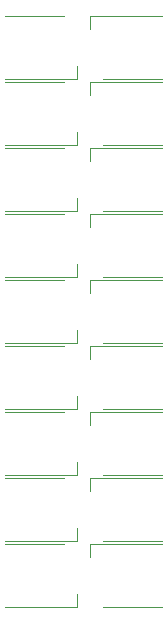
<source format=gbr>
%TF.GenerationSoftware,KiCad,Pcbnew,(6.0.0-0)*%
%TF.CreationDate,2022-02-07T13:40:10-05:00*%
%TF.ProjectId,Data Panel VU,44617461-2050-4616-9e65-6c2056552e6b,rev?*%
%TF.SameCoordinates,Original*%
%TF.FileFunction,Legend,Top*%
%TF.FilePolarity,Positive*%
%FSLAX46Y46*%
G04 Gerber Fmt 4.6, Leading zero omitted, Abs format (unit mm)*
G04 Created by KiCad (PCBNEW (6.0.0-0)) date 2022-02-07 13:40:10*
%MOMM*%
%LPD*%
G01*
G04 APERTURE LIST*
%ADD10C,0.120000*%
G04 APERTURE END LIST*
D10*
%TO.C,D18*%
X132378000Y-65608000D02*
X132378000Y-66708000D01*
X132378000Y-66708000D02*
X126278000Y-66708000D01*
X126278000Y-61308000D02*
X131278000Y-61308000D01*
%TO.C,D5*%
X133478000Y-95936000D02*
X133478000Y-94836000D01*
X139578000Y-100236000D02*
X134578000Y-100236000D01*
X133478000Y-94836000D02*
X139578000Y-94836000D01*
%TO.C,D10*%
X126278000Y-83660000D02*
X131278000Y-83660000D01*
X132378000Y-87960000D02*
X132378000Y-89060000D01*
X132378000Y-89060000D02*
X126278000Y-89060000D01*
%TO.C,D15*%
X133478000Y-67996000D02*
X133478000Y-66896000D01*
X139578000Y-72296000D02*
X134578000Y-72296000D01*
X133478000Y-66896000D02*
X139578000Y-66896000D01*
%TO.C,D8*%
X126278000Y-89248000D02*
X131278000Y-89248000D01*
X132378000Y-93548000D02*
X132378000Y-94648000D01*
X132378000Y-94648000D02*
X126278000Y-94648000D01*
%TO.C,D3*%
X139578000Y-105824000D02*
X134578000Y-105824000D01*
X133478000Y-100424000D02*
X139578000Y-100424000D01*
X133478000Y-101524000D02*
X133478000Y-100424000D01*
%TO.C,D14*%
X132378000Y-76784000D02*
X132378000Y-77884000D01*
X126278000Y-72484000D02*
X131278000Y-72484000D01*
X132378000Y-77884000D02*
X126278000Y-77884000D01*
%TO.C,D11*%
X133478000Y-78072000D02*
X139578000Y-78072000D01*
X139578000Y-83472000D02*
X134578000Y-83472000D01*
X133478000Y-79172000D02*
X133478000Y-78072000D01*
%TO.C,D4*%
X132378000Y-104724000D02*
X132378000Y-105824000D01*
X126278000Y-100424000D02*
X131278000Y-100424000D01*
X132378000Y-105824000D02*
X126278000Y-105824000D01*
%TO.C,D6*%
X126278000Y-94836000D02*
X131278000Y-94836000D01*
X132378000Y-100236000D02*
X126278000Y-100236000D01*
X132378000Y-99136000D02*
X132378000Y-100236000D01*
%TO.C,D1*%
X133478000Y-107112000D02*
X133478000Y-106012000D01*
X133478000Y-106012000D02*
X139578000Y-106012000D01*
X139578000Y-111412000D02*
X134578000Y-111412000D01*
%TO.C,D13*%
X133478000Y-73584000D02*
X133478000Y-72484000D01*
X139578000Y-77884000D02*
X134578000Y-77884000D01*
X133478000Y-72484000D02*
X139578000Y-72484000D01*
%TO.C,D17*%
X133478000Y-62408000D02*
X133478000Y-61308000D01*
X139578000Y-66708000D02*
X134578000Y-66708000D01*
X133478000Y-61308000D02*
X139578000Y-61308000D01*
%TO.C,D7*%
X133478000Y-90348000D02*
X133478000Y-89248000D01*
X133478000Y-89248000D02*
X139578000Y-89248000D01*
X139578000Y-94648000D02*
X134578000Y-94648000D01*
%TO.C,D16*%
X132378000Y-72296000D02*
X126278000Y-72296000D01*
X132378000Y-71196000D02*
X132378000Y-72296000D01*
X126278000Y-66896000D02*
X131278000Y-66896000D01*
%TO.C,D12*%
X132378000Y-83472000D02*
X126278000Y-83472000D01*
X132378000Y-82372000D02*
X132378000Y-83472000D01*
X126278000Y-78072000D02*
X131278000Y-78072000D01*
%TO.C,D9*%
X133478000Y-83660000D02*
X139578000Y-83660000D01*
X133478000Y-84760000D02*
X133478000Y-83660000D01*
X139578000Y-89060000D02*
X134578000Y-89060000D01*
%TO.C,D2*%
X132378000Y-111412000D02*
X126278000Y-111412000D01*
X132378000Y-110312000D02*
X132378000Y-111412000D01*
X126278000Y-106012000D02*
X131278000Y-106012000D01*
%TD*%
M02*

</source>
